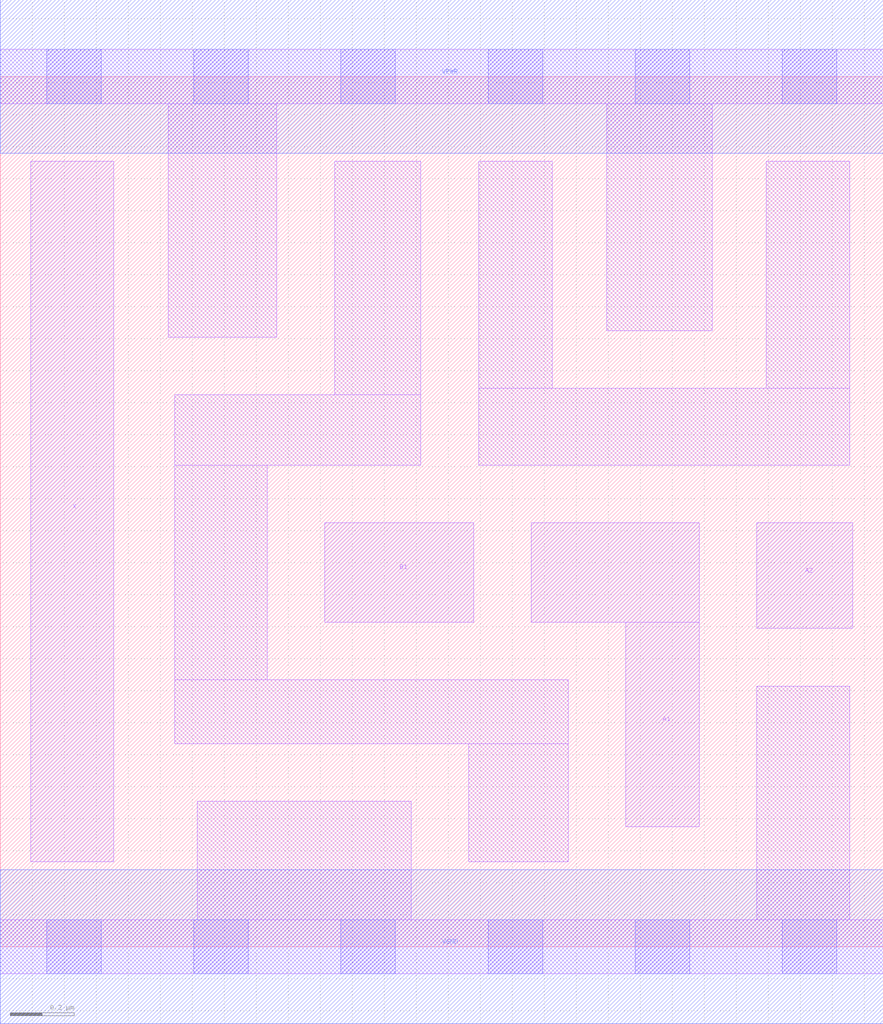
<source format=lef>
# Copyright 2020 The SkyWater PDK Authors
#
# Licensed under the Apache License, Version 2.0 (the "License");
# you may not use this file except in compliance with the License.
# You may obtain a copy of the License at
#
#     https://www.apache.org/licenses/LICENSE-2.0
#
# Unless required by applicable law or agreed to in writing, software
# distributed under the License is distributed on an "AS IS" BASIS,
# WITHOUT WARRANTIES OR CONDITIONS OF ANY KIND, either express or implied.
# See the License for the specific language governing permissions and
# limitations under the License.
#
# SPDX-License-Identifier: Apache-2.0

VERSION 5.7 ;
  NOWIREEXTENSIONATPIN ON ;
  DIVIDERCHAR "/" ;
  BUSBITCHARS "[]" ;
UNITS
  DATABASE MICRONS 200 ;
END UNITS
MACRO sky130_fd_sc_hd__a21o_1
  CLASS CORE ;
  FOREIGN sky130_fd_sc_hd__a21o_1 ;
  ORIGIN  0.000000  0.000000 ;
  SIZE  2.760000 BY  2.720000 ;
  SYMMETRY X Y R90 ;
  SITE unithd ;
  PIN A1
    ANTENNAGATEAREA  0.247500 ;
    DIRECTION INPUT ;
    USE SIGNAL ;
    PORT
      LAYER li1 ;
        RECT 1.660000 1.015000 2.185000 1.325000 ;
        RECT 1.955000 0.375000 2.185000 1.015000 ;
    END
  END A1
  PIN A2
    ANTENNAGATEAREA  0.247500 ;
    DIRECTION INPUT ;
    USE SIGNAL ;
    PORT
      LAYER li1 ;
        RECT 2.365000 0.995000 2.665000 1.325000 ;
    END
  END A2
  PIN B1
    ANTENNAGATEAREA  0.247500 ;
    DIRECTION INPUT ;
    USE SIGNAL ;
    PORT
      LAYER li1 ;
        RECT 1.015000 1.015000 1.480000 1.325000 ;
    END
  END B1
  PIN X
    ANTENNADIFFAREA  0.429000 ;
    DIRECTION OUTPUT ;
    USE SIGNAL ;
    PORT
      LAYER li1 ;
        RECT 0.095000 0.265000 0.355000 2.455000 ;
    END
  END X
  PIN VGND
    DIRECTION INOUT ;
    SHAPE ABUTMENT ;
    USE GROUND ;
    PORT
      LAYER met1 ;
        RECT 0.000000 -0.240000 2.760000 0.240000 ;
    END
  END VGND
  PIN VPWR
    DIRECTION INOUT ;
    SHAPE ABUTMENT ;
    USE POWER ;
    PORT
      LAYER met1 ;
        RECT 0.000000 2.480000 2.760000 2.960000 ;
    END
  END VPWR
  OBS
    LAYER li1 ;
      RECT 0.000000 -0.085000 2.760000 0.085000 ;
      RECT 0.000000  2.635000 2.760000 2.805000 ;
      RECT 0.525000  1.905000 0.865000 2.635000 ;
      RECT 0.545000  0.635000 1.775000 0.835000 ;
      RECT 0.545000  0.835000 0.835000 1.505000 ;
      RECT 0.545000  1.505000 1.315000 1.725000 ;
      RECT 0.615000  0.085000 1.285000 0.455000 ;
      RECT 1.045000  1.725000 1.315000 2.455000 ;
      RECT 1.465000  0.265000 1.775000 0.635000 ;
      RECT 1.495000  1.505000 2.655000 1.745000 ;
      RECT 1.495000  1.745000 1.725000 2.455000 ;
      RECT 1.895000  1.925000 2.225000 2.635000 ;
      RECT 2.365000  0.085000 2.655000 0.815000 ;
      RECT 2.395000  1.745000 2.655000 2.455000 ;
    LAYER mcon ;
      RECT 0.145000 -0.085000 0.315000 0.085000 ;
      RECT 0.145000  2.635000 0.315000 2.805000 ;
      RECT 0.605000 -0.085000 0.775000 0.085000 ;
      RECT 0.605000  2.635000 0.775000 2.805000 ;
      RECT 1.065000 -0.085000 1.235000 0.085000 ;
      RECT 1.065000  2.635000 1.235000 2.805000 ;
      RECT 1.525000 -0.085000 1.695000 0.085000 ;
      RECT 1.525000  2.635000 1.695000 2.805000 ;
      RECT 1.985000 -0.085000 2.155000 0.085000 ;
      RECT 1.985000  2.635000 2.155000 2.805000 ;
      RECT 2.445000 -0.085000 2.615000 0.085000 ;
      RECT 2.445000  2.635000 2.615000 2.805000 ;
  END
END sky130_fd_sc_hd__a21o_1
END LIBRARY

</source>
